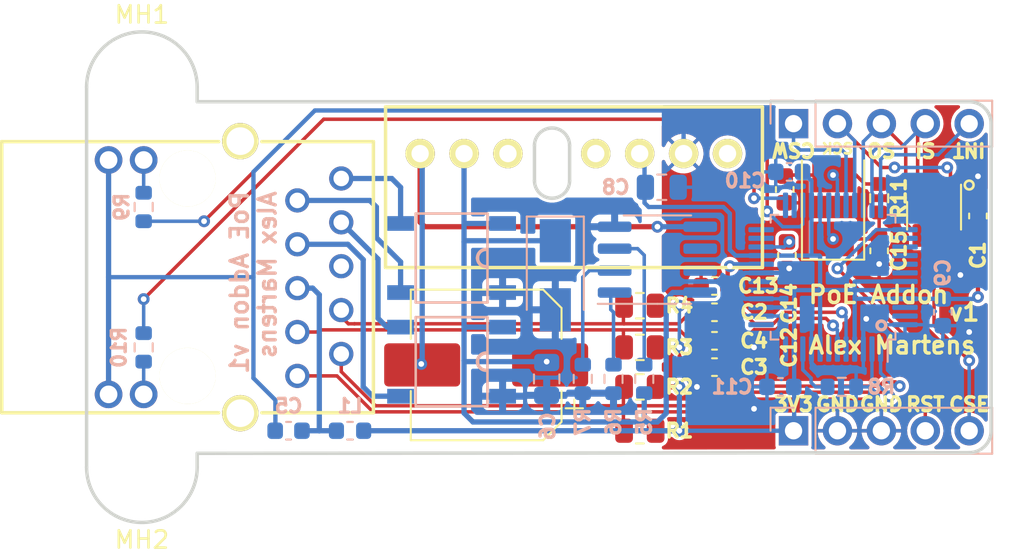
<source format=kicad_pcb>
(kicad_pcb (version 20211014) (generator pcbnew)
  (title_block (title "PoE Addon") (date "2022-06-26") (rev "1") (company "Alex Martens"))
  (layers (0 "F.Cu" signal) (31 "B.Cu" signal) (34 "B.Paste" user) (35 "F.Paste" user) (36 "B.SilkS" user "B.Silkscreen") (37 "F.SilkS" user "F.Silkscreen") (38 "B.Mask" user) (39 "F.Mask" user) (44 "Edge.Cuts" user))
  (net 0 "")
  (net 1 "/W5500 Ethernet Interface/RXIN")
  (net 2 "GND")
  (net 3 "Net-(C3-Pad1)")
  (net 4 "/W5500 Ethernet Interface/RXIP")
  (net 5 "+3V3")
  (net 6 "/W5500 Ethernet Interface/1V2O")
  (net 7 "/W5500 Ethernet Interface/XCAP")
  (net 8 "/W5500 Ethernet Interface/XO")
  (net 9 "/W5500 Ethernet Interface/XI")
  (net 10 "/PoE PD Interface/VC12")
  (net 11 "/PoE PD Interface/VC36")
  (net 12 "/PoE PD Interface/VC45")
  (net 13 "/PoE PD Interface/VC78")
  (net 14 "/W5500 Ethernet Interface/TXOP")
  (net 15 "/W5500 Ethernet Interface/TXON")
  (net 16 "Net-(R5-Pad1)")
  (net 17 "Net-(R6-Pad2)")
  (net 18 "/W5500 Ethernet Interface/XRES")
  (net 19 "Net-(R7-Pad2)")
  (net 20 "/CRXIN")
  (net 21 "/CRXIP")
  (net 22 "SPI_SCK")
  (net 23 "SPI_MOSI")
  (net 24 "SPI_MISO")
  (net 25 "MAC_NSS")
  (net 37 "Net-(R9-Pad1)")
  (net 39 "ACT")
  (net 40 "WIZ_NSS")
  (net 41 "INT")
  (net 42 "RST")
  (net 50 "/PoE PD Interface/VPORTN")
  (net 51 "/PoE PD Interface/RTN")
  (net 52 "/PoE PD Interface/VIN")
  (net 53 "/CT")
  (net 54 "Net-(R10-Pad1)")
  (net 55 "LINK")
  (footprint "Capacitor_SMD:C_0603_1608Metric" (layer "F.Cu") (at 90.678 116.332 180)
    (fp_text reference "C2")
    (fp_text value "10n")
  )
  (footprint "Capacitor_SMD:C_0603_1608Metric" (layer "F.Cu") (at 90.678 117.983 180)
    (fp_text reference "C4")
    (fp_text value "10n")
  )
  (footprint "Capacitor_SMD:C_0603_1608Metric" (layer "F.Cu") (at 94.869 113.03 -90)
    (fp_text reference "C12")
    (fp_text value "10n")
  )
  (footprint "Capacitor_SMD:C_0603_1608Metric" (layer "F.Cu") (at 90.678 114.808 180)
    (fp_text reference "C13")
    (fp_text value "4.7u")
  )
  (footprint "Capacitor_SMD:C_0603_1608Metric" (layer "F.Cu") (at 100.203 112.776 -90)
    (fp_text reference "C15")
    (fp_text value "20p")
  )
  (footprint "Resistor_SMD:R_0805_2012Metric" (layer "F.Cu") (at 86.36 123.19 180)
    (fp_text reference "R1")
    (fp_text value "49.9")
  )
  (footprint "Resistor_SMD:R_0805_2012Metric" (layer "F.Cu") (at 86.36 120.65 180)
    (fp_text reference "R2")
    (fp_text value "49.9")
  )
  (footprint "Resistor_SMD:R_0805_2012Metric" (layer "F.Cu") (at 86.36 118.364 180)
    (fp_text reference "R3")
    (fp_text value "49.9")
  )
  (footprint "Resistor_SMD:R_0805_2012Metric" (layer "F.Cu") (at 86.36 115.951 180)
    (fp_text reference "R4")
    (fp_text value "49.9")
  )
  (footprint "Resistor_SMD:R_0603_1608Metric" (layer "F.Cu") (at 100.203 109.728 90)
    (fp_text reference "R11")
    (fp_text value "1M")
  )
  (footprint "Crystal:Crystal_SMD_5032-2Pin_5.0x3.2mm" (layer "F.Cu") (at 97.536 110.236 90)
    (fp_text reference "Y1" hide)
    (fp_text value "25MHz")
  )
  (footprint "Capacitor_SMD:CP_Elec_8x10.5" (layer "F.Cu") (at 77.47 119.38 180)
    (fp_text reference "C7" hide)
    (fp_text value "27u")
  )
  (footprint "Capacitor_SMD:C_0603_1608Metric" (layer "F.Cu") (at 90.678 119.507)
    (fp_text reference "C3")
    (fp_text value "100n")
  )
  (footprint "Package_TO_SOT_SMD:SOT-23-6" (layer "F.Cu") (at 103.378 110.744 -90)
    (fp_text reference "U1" hide)
    (fp_text value "25AA02E48T-I_OT")
  )
  (footprint "newam:PG02S" (layer "F.Cu") (at 73.65 107.143)
    (fp_text reference "U3" hide)
    (fp_text value "PG02S4803A")
  )
  (footprint "Capacitor_SMD:C_0603_1608Metric" (layer "F.Cu") (at 105.918 110.757 90)
    (fp_text reference "C1")
    (fp_text value "100n")
  )
  (footprint "MountingHole:MountingHole_3.2mm_M3" (layer "F.Cu") (at 57.556 103.3)
    (fp_text reference "MH1")
    (fp_text value "MountingHole")
  )
  (footprint "MountingHole:MountingHole_3.2mm_M3" (layer "F.Cu") (at 57.556 125.3 180)
    (fp_text reference "MH2")
    (fp_text value "MountingHole")
  )
  (footprint "newam:ARJM11D7-104-AB-EW2" (layer "F.Cu") (at 60.198 114.3 -90)
    (fp_text reference "X1" hide)
    (fp_text value "ARJM11-104")
  )
  (footprint "Capacitor_SMD:C_0603_1608Metric" (layer "F.Cu") (at 94.742 109.22 -90)
    (fp_text reference "C14")
    (fp_text value "20p")
  )
  (footprint "Capacitor_SMD:C_0603_1608Metric" (layer "B.Cu") (at 66.04 123.19 180)
    (fp_text reference "C5")
    (fp_text value "100n")
  )
  (footprint "Capacitor_SMD:C_0805_2012Metric" (layer "B.Cu") (at 80.97 120.19 -90)
    (fp_text reference "C6")
    (fp_text value "100n")
  )
  (footprint "Capacitor_SMD:C_0805_2012Metric" (layer "B.Cu") (at 87.63 109.093)
    (fp_text reference "C8")
    (fp_text value "10u")
  )
  (footprint "Capacitor_SMD:C_0603_1608Metric" (layer "B.Cu") (at 103.886 116.332 -90)
    (fp_text reference "C9")
    (fp_text value "100n")
  )
  (footprint "newam:Micro-DIP-4" (layer "B.Cu") (at 75.47 119.19 -90)
    (fp_text reference "D1" hide)
    (fp_text value "MDB6S")
  )
  (footprint "newam:Micro-DIP-4" (layer "B.Cu") (at 75.47 113.19 -90)
    (fp_text reference "D2" hide)
    (fp_text value "MDB6S")
  )
  (footprint "Diode_SMD:D_SMA" (layer "B.Cu") (at 81.47 114.19 -90)
    (fp_text reference "D3" hide)
    (fp_text value "SMAJ58A")
  )
  (footprint "Inductor_SMD:L_0603_1608Metric" (layer "B.Cu") (at 69.596 123.19 180)
    (fp_text reference "L1")
    (fp_text value "1u")
  )
  (footprint "Resistor_SMD:R_0603_1608Metric" (layer "B.Cu") (at 86.614 120.19 -90)
    (fp_text reference "R5")
    (fp_text value "24.9k")
  )
  (footprint "Resistor_SMD:R_0603_1608Metric" (layer "B.Cu") (at 84.836 120.19 90)
    (fp_text reference "R6")
    (fp_text value "178k")
  )
  (footprint "Resistor_SMD:R_0603_1608Metric" (layer "B.Cu") (at 83.058 120.19 90)
    (fp_text reference "R7")
    (fp_text value "4420")
  )
  (footprint "Resistor_SMD:R_0603_1608Metric" (layer "B.Cu") (at 98.044 120.65)
    (fp_text reference "R8")
    (fp_text value "12.4k")
  )
  (footprint "Package_SO:SOIC-8_3.9x4.9mm_P1.27mm" (layer "B.Cu") (at 87.376 113.284)
    (fp_text reference "U2" hide)
    (fp_text value "NCP1090")
  )
  (footprint "Package_QFP:LQFP-48_7x7mm_P0.5mm" (layer "B.Cu") (at 97.536 114.3 90)
    (fp_text reference "U4" hide)
    (fp_text value "W5500")
  )
  (footprint "Capacitor_SMD:C_0603_1608Metric" (layer "B.Cu") (at 94.488 120.65 180)
    (fp_text reference "C11")
    (fp_text value "100n")
  )
  (footprint "Resistor_SMD:R_0603_1608Metric" (layer "B.Cu") (at 57.658 118.364 -90)
    (fp_text reference "R10")
    (fp_text value "2.2k")
  )
  (footprint "Resistor_SMD:R_0603_1608Metric" (layer "B.Cu") (at 57.658 110.236 90)
    (fp_text reference "R9")
    (fp_text value "2.2k")
  )
  (footprint "Connector_PinHeader_2.54mm:PinHeader_1x05_P2.54mm_Vertical" (layer "B.Cu") (at 95.25 105.41 -90)
    (fp_text reference "X2" hide)
    (fp_text value "Conn_01x05_Male")
  )
  (footprint "Connector_PinHeader_2.54mm:PinHeader_1x05_P2.54mm_Vertical" (layer "B.Cu") (at 95.25 123.19 -90)
    (fp_text reference "X3" hide)
    (fp_text value "Conn_01x05_Male")
  )
  (footprint "Capacitor_SMD:C_0603_1608Metric" (layer "B.Cu") (at 94.996 108.204 180)
    (fp_text reference "C10")
    (fp_text value "100n")
  )
  (gr_circle (center 100.33 117.094) (end 100.584 117.094) (layer "B.SilkS") (width 0.2) (fill none))
  (gr_circle (center 105.41 108.966) (end 105.664 108.966) (layer "F.SilkS") (width 0.15) (fill none))
  (gr_line (start 80.264 108.712) (end 80.264 106.68) (layer "Edge.Cuts") (width 0.2))
  (gr_arc (start 80.264 106.68) (mid 81.28 105.664) (end 82.296 106.68) (layer "Edge.Cuts") (width 0.2))
  (gr_arc (start 60.756 125.3) (mid 57.556 128.5) (end 54.356 125.3) (layer "Edge.Cuts") (width 0.2))
  (gr_line (start 60.756 103.3) (end 60.756 104.14) (layer "Edge.Cuts") (width 0.2))
  (gr_arc (start 82.296 108.712) (mid 81.28 109.728) (end 80.264 108.712) (layer "Edge.Cuts") (width 0.2))
  (gr_line (start 60.756 125.3) (end 60.756 124.5) (layer "Edge.Cuts") (width 0.2))
  (gr_line (start 106.68 123.19) (end 106.68 105.41) (layer "Edge.Cuts") (width 0.2))
  (gr_line (start 82.296 108.712) (end 82.296 106.68) (layer "Edge.Cuts") (width 0.2))
  (gr_arc (start 106.68 123.19) (mid 106.308026 124.088026) (end 105.41 124.46) (layer "Edge.Cuts") (width 0.2))
  (gr_arc (start 54.356 103.3) (mid 57.556 100.1) (end 60.756 103.3) (layer "Edge.Cuts") (width 0.2))
  (gr_line (start 105.41 104.14) (end 60.756 104.14) (layer "Edge.Cuts") (width 0.2))
  (gr_line (start 60.756 124.5) (end 105.41 124.46) (layer "Edge.Cuts") (width 0.2))
  (gr_line (start 54.356 125.3) (end 54.356 103.3) (layer "Edge.Cuts") (width 0.2))
  (gr_arc (start 105.41 104.14) (mid 106.308026 104.511974) (end 106.68 105.41) (layer "Edge.Cuts") (width 0.2))
  (gr_text "PoE Addon v1\nAlex Martens\n" (at 64.008 109.22 90) (layer "B.SilkS") (effects (font (size 1 1) (thickness 0.2)) (justify left mirror)))
  (gr_text "INT" (at 105.41 106.934 180) (layer "F.SilkS") (effects (font (size 0.8 0.8) (thickness 0.2))))
  (gr_text "GND" (at 100.33 121.666) (layer "F.SilkS") (effects (font (size 0.8 0.8) (thickness 0.2))))
  (gr_text "SO" (at 100.33 106.934 180) (layer "F.SilkS") (effects (font (size 0.8 0.8) (thickness 0.2))))
  (gr_text "CSE" (at 105.41 121.666) (layer "F.SilkS") (effects (font (size 0.8 0.8) (thickness 0.2))))
  (gr_text "PoE Addon" (at 96.012 115.316) (layer "F.SilkS") (effects (font (size 1 1) (thickness 0.2)) (justify left)))
  (gr_text "SCK" (at 97.79 106.807 180) (layer "F.SilkS") (effects (font (size 0.6 0.6))))
  (gr_text "v1" (at 104.14 116.332) (layer "F.SilkS") (effects (font (size 1 1) (thickness 0.2)) (justify left)))
  (gr_text "RST" (at 102.87 121.666) (layer "F.SilkS") (effects (font (size 0.8 0.8) (thickness 0.2))))
  (gr_text "SI" (at 102.87 106.934 180) (layer "F.SilkS") (effects (font (size 0.8 0.8) (thickness 0.2))))
  (gr_text "3V3" (at 95.25 121.666) (layer "F.SilkS") (effects (font (size 0.8 0.8) (thickness 0.2))))
  (gr_text "GND" (at 97.79 121.666) (layer "F.SilkS") (effects (font (size 0.8 0.8) (thickness 0.2))))
  (gr_text "Alex Martens" (at 96.012 118.237) (layer "F.SilkS") (effects (font (size 1 1) (thickness 0.2)) (justify left)))
  (gr_text "CSW" (at 95.25 106.934 180) (layer "F.SilkS") (effects (font (size 0.8 0.8) (thickness 0.2))))
  (segment (start 92.329 116.332) (end 91.453 116.332) (width 0.2) (layer "F.Cu") (net 1))
  (segment (start 94.097514 116.9813) (end 92.9783 116.9813) (width 0.2) (layer "F.Cu") (net 1))
  (segment (start 94.097514 116.9813) (end 94.746814 116.332) (width 0.2) (layer "F.Cu") (net 1))
  (segment (start 94.746814 116.332) (end 98.044 116.332) (width 0.2) (layer "F.Cu") (net 1))
  (segment (start 92.9783 116.9813) (end 92.329 116.332) (width 0.2) (layer "F.Cu") (net 1))
  (via (at 98.044 116.332) (size 0.6858) (drill 0.3302) (layers "F.Cu" "B.Cu") (net 1))
  (segment (start 98.286 118.65) (end 98.286 116.574) (width 0.2) (layer "B.Cu") (net 1))
  (segment (start 98.286 116.574) (end 98.044 116.332) (width 0.2) (layer "B.Cu") (net 1))
  (segment (start 100.203 113.551) (end 100.203 113.538) (width 0.3048) (layer "F.Cu") (net 2))
  (segment (start 94.996 113.805) (end 94.996 113.792) (width 0.3048) (layer "F.Cu") (net 2))
  (via (at 100.203 113.538) (size 0.6858) (drill 0.3302) (layers "F.Cu" "B.Cu") (net 2))
  (via (at 89.662 120.65) (size 0.6858) (drill 0.3302) (layers "F.Cu" "B.Cu") (net 2))
  (via (at 92.964 121.92) (size 0.6858) (drill 0.3302) (layers "F.Cu" "B.Cu") (net 2))
  (via (at 92.964 118.364) (size 0.6858) (drill 0.3302) (layers "F.Cu" "B.Cu") (net 2))
  (via (at 105.41 117.475) (size 0.6858) (drill 0.3302) (layers "F.Cu" "B.Cu") (net 2))
  (via (at 94.996 113.792) (size 0.6858) (drill 0.3302) (layers "F.Cu" "B.Cu") (net 2))
  (via (at 104.902 114.173) (size 0.6858) (drill 0.3302) (layers "F.Cu" "B.Cu") (net 2))
  (via (at 105.918 108.458) (size 0.6858) (drill 0.3302) (layers "F.Cu" "B.Cu") (net 2))
  (via (at 99.4566 116.713) (size 0.6858) (drill 0.3302) (layers "F.Cu" "B.Cu") (net 2))
  (segment (start 94.738 114.05) (end 94.996 113.792) (width 0.25) (layer "B.Cu") (net 2))
  (segment (start 92.452 114.05) (end 92.202 114.3) (width 0.25) (layer "B.Cu") (net 2))
  (segment (start 96.650468 119.634) (end 96.774 119.634) (width 0.25) (layer "B.Cu") (net 2))
  (segment (start 88.89 105.4) (end 88.138 104.648) (width 0.25) (layer "B.Cu") (net 2))
  (segment (start 92.202 114.3) (end 92.202 115.316) (width 0.25) (layer "B.Cu") (net 2))
  (segment (start 93.3735 115.55) (end 92.436 115.55) (width 0.25) (layer "B.Cu") (net 2))
  (segment (start 64.008 120.142) (end 65.278 121.412) (width 0.25) (layer "B.Cu") (net 2))
  (segment (start 65.278 123.177) (end 65.265 123.19) (width 0.25) (layer "B.Cu") (net 2))
  (segment (start 55.628 114.302) (end 55.628 121.085) (width 0.3048) (layer "B.Cu") (net 2))
  (segment (start 96.286 118.4625) (end 96.286 119.269532) (width 0.25) (layer "B.Cu") (net 2))
  (segment (start 64.008 108.204) (end 64.008 114.3) (width 0.25) (layer "B.Cu") (net 2))
  (segment (start 93.3735 116.55) (end 92.42 116.55) (width 0.25) (layer "B.Cu") (net 2))
  (segment (start 55.63 114.3) (end 55.628 114.302) (width 0.25) (layer "B.Cu") (net 2))
  (segment (start 55.628 107.515) (end 55.628 114.302) (width 0.3048) (layer "B.Cu") (net 2))
  (segment (start 64.008 114.3) (end 64.008 120.142) (width 0.25) (layer "B.Cu") (net 2))
  (segment (start 88.89 107.143) (end 88.89 105.4) (width 0.25) (layer "B.Cu") (net 2))
  (segment (start 65.278 121.412) (end 65.278 123.177) (width 0.25) (layer "B.Cu") (net 2))
  (segment (start 99.286 118.4625) (end 99.286 116.8836) (width 0.25) (layer "B.Cu") (net 2))
  (segment (start 67.564 104.648) (end 64.008 108.204) (width 0.25) (layer "B.Cu") (net 2))
  (segment (start 92.42 116.55) (end 92.202 116.332) (width 0.25) (layer "B.Cu") (net 2))
  (segment (start 92.202 116.332) (end 92.202 115.316) (width 0.25) (layer "B.Cu") (net 2))
  (segment (start 93.3735 114.05) (end 94.738 114.05) (width 0.25) (layer "B.Cu") (net 2))
  (segment (start 64.008 114.3) (end 55.63 114.3) (width 0.25) (layer "B.Cu") (net 2))
  (segment (start 92.436 115.55) (end 92.202 115.316) (width 0.25) (layer "B.Cu") (net 2))
  (segment (start 99.286 116.8836) (end 99.4566 116.713) (width 0.25) (layer "B.Cu") (net 2))
  (segment (start 93.3735 114.05) (end 92.452 114.05) (width 0.25) (layer "B.Cu") (net 2))
  (segment (start 88.138 104.648) (end 67.564 104.648) (width 0.25) (layer "B.Cu") (net 2))
  (segment (start 96.286 119.269532) (end 96.650468 119.634) (width 0.25) (layer "B.Cu") (net 2))
  (segment (start 88.646 118.872) (end 89.281 119.507) (width 0.2032) (layer "F.Cu") (net 3))
  (segment (start 89.281 119.507) (end 89.903 119.507) (width 0.2032) (layer "F.Cu") (net 3))
  (segment (start 87.31 118.364) (end 88.646 118.364) (width 0.2032) (layer "F.Cu") (net 3))
  (segment (start 87.31 115.951) (end 88.646 115.951) (width 0.2032) (layer "F.Cu") (net 3))
  (segment (start 88.646 118.364) (end 88.646 118.872) (width 0.2032) (layer "F.Cu") (net 3))
  (via (at 88.646 115.951) (size 0.6858) (drill 0.3302) (layers "F.Cu" "B.Cu") (net 3))
  (via (at 88.646 118.364) (size 0.6858) (drill 0.3302) (layers "F.Cu" "B.Cu") (net 3))
  (segment (start 88.646 115.951) (end 88.646 118.364) (width 0.2032) (layer "B.Cu") (net 3))
  (segment (start 94.243486 117.3337) (end 92.9783 117.3337) (width 0.2) (layer "F.Cu") (net 4))
  (segment (start 92.9783 117.3337) (end 92.329 117.983) (width 0.2) (layer "F.Cu") (net 4))
  (segment (start 97.1264 116.6844) (end 97.536 117.094) (width 0.2) (layer "F.Cu") (net 4))
  (segment (start 94.243486 117.3337) (end 94.892786 116.6844) (width 0.2) (layer "F.Cu") (net 4))
  (segment (start 94.892786 116.6844) (end 97.1264 116.6844) (width 0.2) (layer "F.Cu") (net 4))
  (segment (start 92.329 117.983) (end 91.453 117.983) (width 0.2) (layer "F.Cu") (net 4))
  (via (at 97.536 117.094) (size 0.6858) (drill 0.3302) (layers "F.Cu" "B.Cu") (net 4))
  (segment (start 97.786 118.65) (end 97.786 117.344) (width 0.2) (layer "B.Cu") (net 4))
  (segment (start 97.786 117.344) (end 97.536 117.094) (width 0.2) (layer "B.Cu") (net 4))
  (segment (start 104.5265 111.8815) (end 104.902 111.506) (width 0.25) (layer "F.Cu") (net 5))
  (segment (start 105.638 111.506) (end 105.664 111.532) (width 0.25) (layer "F.Cu") (net 5))
  (segment (start 88.646 123.19) (end 87.31 123.19) (width 0.3048) (layer "F.Cu") (net 5))
  (segment (start 104.902 111.506) (end 105.638 111.506) (width 0.25) (layer "F.Cu") (net 5))
  (segment (start 104.328 111.8815) (end 104.5265 111.8815) (width 0.25) (layer "F.Cu") (net 5))
  (segment (start 87.31 120.65) (end 88.646 120.65) (width 0.3048) (layer "F.Cu") (net 5))
  (segment (start 105.918 111.532) (end 105.918 115.443) (width 0.25) (layer "F.Cu") (net 5))
  (via (at 88.646 123.19) (size 0.6858) (drill 0.3302) (layers "F.Cu" "B.Cu") (net 5))
  (via (at 88.646 120.65) (size 0.6858) (drill 0.3302) (layers "F.Cu" "B.Cu") (net 5))
  (via (at 105.918 115.443) (size 0.6858) (drill 0.3302) (layers "F.Cu" "B.Cu") (net 5))
  (segment (start 95.286 118.4625) (end 95.286 123.154) (width 0.25) (layer "B.Cu") (net 5))
  (segment (start 96.786 115.05) (end 98.794 115.05) (width 0.25) (layer "B.Cu") (net 5))
  (segment (start 91.900388 113.05) (end 91.567 112.716612) (width 0.25) (layer "B.Cu") (net 5))
  (segment (start 95.286 118.4625) (end 95.286 115.074) (width 0.25) (layer "B.Cu") (net 5))
  (segment (start 95.286 123.154) (end 95.25 123.19) (width 0.25) (layer "B.Cu") (net 5))
  (segment (start 98.794 115.05) (end 101.886 115.05) (width 0.25) (layer "B.Cu") (net 5))
  (segment (start 95.25 123.19) (end 88.646 123.19) (width 0.25) (layer "B.Cu") (net 5))
  (segment (start 91.186 110.236) (end 86.868 110.236) (width 0.25) (layer "B.Cu") (net 5))
  (segment (start 93.3735 113.05) (end 91.900388 113.05) (width 0.25) (layer "B.Cu") (net 5))
  (segment (start 101.6985 115.55) (end 103.879 115.55) (width 0.25) (layer "B.Cu") (net 5))
  (segment (start 95.262 115.05) (end 96.786 115.05) (width 0.25) (layer "B.Cu") (net 5))
  (segment (start 101.886 115.55) (end 98.7968 115.55) (width 0.25) (layer "B.Cu") (net 5))
  (segment (start 96.286 112.9992) (end 96.3368 113.05) (width 0.25) (layer "B.Cu") (net 5))
  (segment (start 103.879 115.55) (end 103.886 115.557) (width 0.25) (layer "B.Cu") (net 5))
  (segment (start 88.646 120.65) (end 88.646 123.19) (width 0.3048) (layer "B.Cu") (net 5))
  (segment (start 86.63 109.998) (end 86.63 109.093) (width 0.25) (layer "B.Cu") (net 5))
  (segment (start 86.868 110.236) (end 86.63 109.998) (width 0.25) (layer "B.Cu") (net 5))
  (segment (start 96.3368 113.05) (end 96.7432 113.05) (width 0.25) (layer "B.Cu") (net 5))
  (segment (start 105.804 115.557) (end 105.918 115.443) (width 0.25) (layer "B.Cu") (net 5))
  (segment (start 86.63 109.093) (end 86.63 107.423) (width 0.25) (layer "B.Cu") (net 5))
  (segment (start 96.279 110.1305) (end 96.286 110.1375) (width 0.25) (layer "B.Cu") (net 5))
  (segment (start 98.786 115.058) (end 98.794 115.05) (width 0.25) (layer "B.Cu") (net 5))
  (segment (start 98.81 114.55) (end 98.786 114.574) (width 0.25) (layer "B.Cu") (net 5))
  (segment (start 93.186 116.05) (end 95.222 116.05) (width 0.25) (layer "B.Cu") (net 5))
  (segment (start 91.567 112.716612) (end 91.567 110.617) (width 0.25) (layer "B.Cu") (net 5))
  (segment (start 95.286 115.074) (end 95.262 115.05) (width 0.25) (layer "B.Cu") (net 5))
  (segment (start 96.7432 113.05) (end 96.786 113.0928) (width 0.25) (layer "B.Cu") (net 5))
  (segment (start 101.886 114.55) (end 98.81 114.55) (width 0.25) (layer "B.Cu") (net 5))
  (segment (start 91.567 110.617) (end 91.186 110.236) (width 0.25) (layer "B.Cu") (net 5))
  (segment (start 93.186 113.05) (end 96.3368 113.05) (width 0.25) (layer "B.Cu") (net 5))
  (segment (start 88.646 123.19) (end 70.3835 123.19) (width 0.3048) (layer "B.Cu") (net 5))
  (segment (start 98.786 115.5392) (end 98.786 115.058) (width 0.25) (layer "B.Cu") (net 5))
  (segment (start 98.786 114.574) (end 98.786 115.058) (width 0.25) (layer "B.Cu") (net 5))
  (segment (start 103.886 115.557) (end 105.804 115.557) (width 0.25) (layer "B.Cu") (net 5))
  (segment (start 98.7968 115.55) (end 98.786 115.5392) (width 0.25) (layer "B.Cu") (net 5))
  (segment (start 96.286 108.719) (end 95.771 108.204) (width 0.25) (layer "B.Cu") (net 5))
  (segment (start 93.186 115.05) (end 95.262 115.05) (width 0.25) (layer "B.Cu") (net 5))
  (segment (start 86.63 107.423) (end 86.35 107.143) (width 0.25) (layer "B.Cu") (net 5))
  (segment (start 96.786 113.0928) (end 96.786 115.05) (width 0.25) (layer "B.Cu") (net 5))
  (segment (start 98.786 118.65) (end 98.786 115.5392) (width 0.25) (layer "B.Cu") (net 5))
  (segment (start 96.286 109.95) (end 96.286 112.9992) (width 0.25) (layer "B.Cu") (net 5))
  (segment (start 96.786 118.65) (end 96.786 115.05) (width 0.25) (layer "B.Cu") (net 5))
  (segment (start 96.286 110.1375) (end 96.286 108.719) (width 0.25) (layer "B.Cu") (net 5))
  (via (at 94.996 112.255) (size 0.6858) (drill 0.3302) (layers "F.Cu" "B.Cu") (net 6))
  (segment (start 94.701 112.55) (end 94.996 112.255) (width 0.2032) (layer "B.Cu") (net 6))
  (segment (start 93.3735 112.55) (end 94.701 112.55) (width 0.2032) (layer "B.Cu") (net 6))
  (segment (start 91.567 113.665) (end 91.44 113.792) (width 0.25) (layer "F.Cu") (net 7))
  (segment (start 91.44 114.795) (end 91.453 114.808) (width 0.25) (layer "F.Cu") (net 7))
  (segment (start 91.44 113.792) (end 91.44 114.795) (width 0.25) (layer "F.Cu") (net 7))
  (via (at 91.567 113.665) (size 0.6858) (drill 0.3302) (layers "F.Cu" "B.Cu") (net 7))
  (segment (start 93.3735 113.55) (end 91.682 113.55) (width 0.25) (layer "B.Cu") (net 7))
  (segment (start 91.682 113.55) (end 91.567 113.665) (width 0.25) (layer "B.Cu") (net 7))
  (segment (start 94.928 108.386) (end 97.536 108.386) (width 0.2032) (layer "F.Cu") (net 8))
  (segment (start 99.378 108.903) (end 98.861 108.386) (width 0.2032) (layer "F.Cu") (net 8))
  (segment (start 97.536 108.386) (end 98.861 108.386) (width 0.2032) (layer "F.Cu") (net 8))
  (segment (start 94.869 108.445) (end 94.928 108.386) (width 0.2032) (layer "F.Cu") (net 8))
  (segment (start 100.203 108.903) (end 99.378 108.903) (width 0.2032) (layer "F.Cu") (net 8))
  (via (at 97.536 108.386) (size 0.6858) (drill 0.3302) (layers "F.Cu" "B.Cu") (net 8))
  (segment (start 97.786 110.1375) (end 97.786 108.636) (width 0.2032) (layer "B.Cu") (net 8))
  (segment (start 97.786 108.636) (end 97.536 108.386) (width 0.2032) (layer "B.Cu") (net 8))
  (segment (start 100.203 112.001) (end 100.118 112.086) (width 0.2032) (layer "F.Cu") (net 9))
  (segment (start 100.203 110.68) (end 100.203 112.001) (width 0.2032) (layer "F.Cu") (net 9))
  (segment (start 100.118 112.086) (end 97.536 112.086) (width 0.2032) (layer "F.Cu") (net 9))
  (via (at 97.536 112.086) (size 0.6858) (drill 0.3302) (layers "F.Cu" "B.Cu") (net 9))
  (segment (start 97.286 110.1375) (end 97.286 111.836) (width 0.2032) (layer "B.Cu") (net 9))
  (segment (start 97.286 111.836) (end 97.536 112.086) (width 0.2032) (layer "B.Cu") (net 9))
  (segment (start 71.12 110.236) (end 71.12 112.014) (width 0.3048) (layer "B.Cu") (net 10))
  (segment (start 66.548 109.855) (end 70.739 109.855) (width 0.3048) (layer "B.Cu") (net 10))
  (segment (start 70.739 109.855) (end 71.12 110.236) (width 0.3048) (layer "B.Cu") (net 10))
  (segment (start 71.12 112.014) (end 72.52 113.414) (width 0.3048) (layer "B.Cu") (net 10))
  (segment (start 72.52 113.414) (end 72.52 115.19) (width 0.3048) (layer "B.Cu") (net 10))
  (segment (start 69.088 108.585) (end 72.009 108.585) (width 0.3048) (layer "B.Cu") (net 11))
  (segment (start 72.52 109.096) (end 72.52 111.19) (width 0.3048) (layer "B.Cu") (net 11))
  (segment (start 72.009 108.585) (end 72.52 109.096) (width 0.3048) (layer "B.Cu") (net 11))
  (segment (start 70.358 120.65) (end 70.358 113.284) (width 0.3048) (layer "B.Cu") (net 12))
  (segment (start 72.52 121.19) (end 70.898 121.19) (width 0.3048) (layer "B.Cu") (net 12))
  (segment (start 70.898 121.19) (end 70.358 120.65) (width 0.3048) (layer "B.Cu") (net 12))
  (segment (start 69.469 112.395) (end 66.548 112.395) (width 0.3048) (layer "B.Cu") (net 12))
  (segment (start 70.358 113.284) (end 69.469 112.395) (width 0.3048) (layer "B.Cu") (net 12))
  (segment (start 72.52 117.19) (end 71.724 117.19) (width 0.3048) (layer "B.Cu") (net 13))
  (segment (start 71.216 113.253) (end 69.088 111.125) (width 0.3048) (layer "B.Cu") (net 13))
  (segment (start 71.216 116.682) (end 71.216 113.253) (width 0.3048) (layer "B.Cu") (net 13))
  (segment (start 71.724 117.19) (end 71.216 116.682) (width 0.3048) (layer "B.Cu") (net 13))
  (segment (start 85.4218 122.0962) (end 70.920015 122.0962) (width 0.2) (layer "F.Cu") (net 14))
  (segment (start 100.555353 120.960051) (end 100.795651 121.200349) (width 0.2) (layer "F.Cu") (net 14))
  (segment (start 85.4218 122.0962) (end 90.2478 122.0962) (width 0.2) (layer "F.Cu") (net 14))
  (segment (start 85.41 123.19) (end 85.41 122.108) (width 0.2) (layer "F.Cu") (net 14))
  (segment (start 68.838815 120.015) (end 66.548 120.015) (width 0.2) (layer "F.Cu") (net 14))
  (segment (start 91.383949 120.960051) (end 100.555353 120.960051) (width 0.2) (layer "F.Cu") (net 14))
  (segment (start 90.2478 122.0962) (end 91.383949 120.960051) (width 0.2) (layer "F.Cu") (net 14))
  (segment (start 70.920015 122.0962) (end 68.838815 120.015) (width 0.2) (layer "F.Cu") (net 14))
  (segment (start 85.41 122.108) (end 85.4218 122.0962) (width 0.2) (layer "F.Cu") (net 14))
  (via (at 100.795651 121.200349) (size 0.6858) (drill 0.3302) (layers "F.Cu" "B.Cu") (net 14))
  (segment (start 99.786 118.65) (end 99.786 120.190698) (width 0.2) (layer "B.Cu") (net 14))
  (segment (start 99.786 120.190698) (end 100.795651 121.200349) (width 0.2) (layer "B.Cu") (net 14))
  (segment (start 85.4218 121.7438) (end 71.065985 121.7438) (width 0.2) (layer "F.Cu") (net 15))
  (segment (start 101.387656 120.607651) (end 101.142643 120.362638) (width 0.2) (layer "F.Cu") (net 15))
  (segment (start 91.228349 120.607651) (end 90.0922 121.7438) (width 0.2) (layer "F.Cu") (net 15))
  (segment (start 71.065985 121.7438) (end 69.088 119.765815) (width 0.2) (layer "F.Cu") (net 15))
  (segment (start 85.41 120.65) (end 85.41 121.732) (width 0.2) (layer "F.Cu") (net 15))
  (segment (start 90.0922 121.7438) (end 85.4218 121.7438) (width 0.2) (layer "F.Cu") (net 15))
  (segment (start 101.142643 120.362638) (end 100.448659 120.362638) (width 0.2) (layer "F.Cu") (net 15))
  (segment (start 101.388349 120.607651) (end 101.387656 120.607651) (width 0.2) (layer "F.Cu") (net 15))
  (segment (start 100.448659 120.362638) (end 100.203646 120.607651) (width 0.2) (layer "F.Cu") (net 15))
  (segment (start 69.088 119.765815) (end 69.088 118.745) (width 0.2) (layer "F.Cu") (net 15))
  (segment (start 100.203646 120.607651) (end 91.228349 120.607651) (width 0.2) (layer "F.Cu") (net 15))
  (segment (start 85.41 121.732) (end 85.4218 121.7438) (width 0.2) (layer "F.Cu") (net 15))
  (via (at 101.388349 120.607651) (size 0.6858) (drill 0.3302) (layers "F.Cu" "B.Cu") (net 15))
  (segment (start 100.286 119.844) (end 101.049651 120.607651) (width 0.2) (layer "B.Cu") (net 15))
  (segment (start 101.049651 120.607651) (end 101.388349 120.607651) (width 0.2) (layer "B.Cu") (net 15))
  (segment (start 100.286 118.65) (end 100.286 119.844) (width 0.2) (layer "B.Cu") (net 15))
  (segment (start 86.614 113.03) (end 86.233 112.649) (width 0.2032) (layer "B.Cu") (net 16))
  (segment (start 86.233 112.649) (end 84.676 112.649) (width 0.2032) (layer "B.Cu") (net 16))
  (segment (start 86.614 119.44) (end 86.614 113.03) (width 0.2032) (layer "B.Cu") (net 16))
  (segment (start 84.676 116.172) (end 84.836 116.332) (width 0.2032) (layer "B.Cu") (net 17))
  (segment (start 84.676 115.189) (end 84.676 116.172) (width 0.2032) (layer "B.Cu") (net 17))
  (segment (start 84.836 116.332) (end 84.836 119.44) (width 0.2032) (layer "B.Cu") (net 17))
  (segment (start 96.266 120.396) (end 96.52 120.65) (width 0.2032) (layer "B.Cu") (net 18))
  (segment (start 96.266 120.142) (end 96.266 120.396) (width 0.2032) (layer "B.Cu") (net 18))
  (segment (start 96.52 120.65) (end 97.219 120.65) (width 0.2032) (layer "B.Cu") (net 18))
  (segment (start 95.786 119.662) (end 96.266 120.142) (width 0.2032) (layer "B.Cu") (net 18))
  (segment (start 95.786 118.4625) (end 95.786 119.662) (width 0.2032) (layer "B.Cu") (net 18))
  (segment (start 84.676 113.919) (end 83.439 113.919) (width 0.2032) (layer "B.Cu") (net 19))
  (segment (start 83.058 114.3) (end 83.058 119.44) (width 0.2032) (layer "B.Cu") (net 19))
  (segment (start 83.439 113.919) (end 83.058 114.3) (width 0.2032) (layer "B.Cu") (net 19))
  (segment (start 89.281 116.332) (end 88.6154 116.9976) (width 0.2) (layer "F.Cu") (net 20))
  (segment (start 88.6154 116.9976) (end 85.4404 116.9976) (width 0.2) (layer "F.Cu") (net 20))
  (segment (start 69.84952 116.99808) (end 69.85 116.9976) (width 0.2) (layer "F.Cu") (net 20))
  (segment (start 85.41 116.9672) (end 85.4404 116.9976) (width 0.2) (layer "F.Cu") (net 20))
  (segment (start 69.088 116.205) (end 69.088 116.586) (width 0.2) (layer "F.Cu") (net 20))
  (segment (start 69.088 116.586) (end 69.50008 116.99808) (width 0.2) (layer "F.Cu") (net 20))
  (segment (start 89.903 116.332) (end 89.281 116.332) (width 0.2) (layer "F.Cu") (net 20))
  (segment (start 85.41 115.951) (end 85.41 116.9672) (width 0.2) (layer "F.Cu") (net 20))
  (segment (start 69.50008 116.99808) (end 69.84952 116.99808) (width 0.2) (layer "F.Cu") (net 20))
  (segment (start 69.85 116.9976) (end 85.4404 116.9976) (width 0.2) (layer "F.Cu") (net 20))
  (segment (start 85.346 117.35) (end 67.82 117.35) (width 0.2) (layer "F.Cu") (net 21))
  (segment (start 67.82 117.35) (end 67.818 117.348) (width 0.2) (layer "F.Cu") (net 21))
  (segment (start 89.281 117.983) (end 88.648 117.35) (width 0.2) (layer "F.Cu") (net 21))
  (segment (start 88.648 117.35) (end 85.346 117.35) (width 0.2) (layer "F.Cu") (net 21))
  (segment (start 85.41 117.414) (end 85.346 117.35) (width 0.2) (layer "F.Cu") (net 21))
  (segment (start 67.818 117.348) (end 67.691 117.475) (width 0.2) (layer "F.Cu") (net 21))
  (segment (start 85.41 118.364) (end 85.41 117.414) (width 0.2) (layer "F.Cu") (net 21))
  (segment (start 67.691 117.475) (end 66.548 117.475) (width 0.2) (layer "F.Cu") (net 21))
  (segment (start 89.903 117.983) (end 89.281 117.983) (width 0.2) (layer "F.Cu") (net 21))
  (segment (start 100.33 107.95) (end 101.092 107.95) (width 0.2032) (layer "F.Cu") (net 22))
  (segment (start 104.328 109.6065) (end 104.328 108.138) (width 0.2032) (layer "F.Cu") (net 22))
  (segment (start 97.79 105.41) (end 100.33 107.95) (width 0.2032) (layer "F.Cu") (net 22))
  (segment (start 104.328 108.138) (end 104.14 107.95) (width 0.2032) (layer "F.Cu") (net 22))
  (via (at 104.14 107.95) (size 0.6858) (drill 0.3302) (layers "F.Cu" "B.Cu") (net 22))
  (via (at 101.092 107.95) (size 0.6858) (drill 0.3302) (layers "F.Cu" "B.Cu") (net 22))
  (segment (start 98.786 106.406) (end 97.79 105.41) (width 0.2032) (layer "B.Cu") (net 22))
  (segment (start 101.092 107.95) (end 104.14 107.95) (width 0.2032) (layer "B.Cu") (net 22))
  (segment (start 98.786 110.1375) (end 98.786 106.406) (width 0.2032) (layer "B.Cu") (net 22))
  (segment (start 102.428 109.6065) (end 102.428 105.852) (width 0.2032) (layer "F.Cu") (net 23))
  (segment (start 102.428 105.852) (end 102.87 105.41) (width 0.2032) (layer "F.Cu") (net 23))
  (segment (start 101.473 106.807) (end 100.076 106.807) (width 0.2032) (layer "B.Cu") (net 23))
  (segment (start 102.87 105.41) (end 101.473 106.807) (width 0.2032) (layer "B.Cu") (net 23))
  (segment (start 99.786 107.097) (end 99.786 110.1375) (width 0.2032) (layer "B.Cu") (net 23))
  (segment (start 100.076 106.807) (end 99.786 107.097) (width 0.2032) (layer "B.Cu") (net 23))
  (segment (start 102.428 111.8815) (end 101.739211 111.192711) (width 0.2032) (layer "F.Cu") (net 24))
  (segment (start 101.739211 106.819211) (end 100.33 105.41) (width 0.2032) (layer "F.Cu") (net 24))
  (segment (start 101.739211 111.192711) (end 101.739211 106.819211) (width 0.2032) (layer "F.Cu") (net 24))
  (segment (start 99.286 106.454) (end 100.33 105.41) (width 0.2032) (layer "B.Cu") (net 24))
  (segment (start 99.286 110.1375) (end 99.286 106.454) (width 0.2032) (layer "B.Cu") (net 24))
  (segment (start 103.378 111.8815) (end 103.378 117.094) (width 0.2032) (layer "F.Cu") (net 25))
  (segment (start 103.378 117.094) (end 105.41 119.126) (width 0.2032) (layer "F.Cu") (net 25))
  (via (at 105.41 119.126) (size 0.6858) (drill 0.3302) (layers "F.Cu" "B.Cu") (net 25))
  (segment (start 105.41 119.126) (end 105.41 123.19) (width 0.2032) (layer "B.Cu") (net 25))
  (segment (start 67.564 104.648) (end 93.472 104.648) (width 0.2032) (layer "F.Cu") (net 37))
  (segment (start 67.564 104.648) (end 61.151 111.061) (width 0.2032) (layer "F.Cu") (net 37))
  (segment (start 93.726 104.902) (end 93.726 110.49) (width 0.2032) (layer "F.Cu") (net 37))
  (segment (start 93.472 104.648) (end 93.726 104.902) (width 0.2032) (layer "F.Cu") (net 37))
  (via (at 61.151 111.061) (size 0.6858) (drill 0.3302) (layers "F.Cu" "B.Cu") (net 37))
  (via (at 93.726 110.49) (size 0.6858) (drill 0.3302) (layers "F.Cu" "B.Cu") (net 37))
  (segment (start 95.631 111.379) (end 94.615 111.379) (width 0.2032) (layer "B.Cu") (net 37))
  (segment (start 57.658 111.061) (end 61.151 111.061) (width 0.2032) (layer "B.Cu") (net 37))
  (segment (start 94.615 111.379) (end 93.726 110.49) (width 0.2032) (layer "B.Cu") (net 37))
  (segment (start 95.786 111.224) (end 95.631 111.379) (width 0.2032) (layer "B.Cu") (net 37))
  (segment (start 95.786 110.1375) (end 95.786 111.224) (width 0.2032) (layer "B.Cu") (net 37))
  (segment (start 57.658 107.515) (end 57.658 109.411) (width 0.2032) (layer "B.Cu") (net 39))
  (segment (start 95.631 106.934) (end 98.044 106.934) (width 0.2032) (layer "B.Cu") (net 40))
  (segment (start 98.286 107.176) (end 98.286 110.1375) (width 0.2032) (layer "B.Cu") (net 40))
  (segment (start 95.25 105.41) (end 95.25 106.553) (width 0.2032) (layer "B.Cu") (net 40))
  (segment (start 95.25 106.553) (end 95.631 106.934) (width 0.2032) (layer "B.Cu") (net 40))
  (segment (start 98.044 106.934) (end 98.286 107.176) (width 0.2032) (layer "B.Cu") (net 40))
  (segment (start 103.60708 107.21292) (end 105.41 105.41) (width 0.2032) (layer "B.Cu") (net 41))
  (segment (start 100.55908 107.21292) (end 103.60708 107.21292) (width 0.2032) (layer "B.Cu") (net 41))
  (segment (start 100.286 107.486) (end 100.55908 107.21292) (width 0.2032) (layer "B.Cu") (net 41))
  (segment (start 100.286 110.1375) (end 100.286 107.486) (width 0.2032) (layer "B.Cu") (net 41))
  (segment (start 97.79 113.792) (end 102.87 118.872) (width 0.2032) (layer "F.Cu") (net 42))
  (segment (start 102.87 118.872) (end 102.87 123.19) (width 0.2032) (layer "F.Cu") (net 42))
  (via (at 97.79 113.792) (size 0.6858) (drill 0.3302) (layers "F.Cu" "B.Cu") (net 42))
  (segment (start 100.032 111.55) (end 97.79 113.792) (width 0.2032) (layer "B.Cu") (net 42))
  (segment (start 101.6985 111.55) (end 100.032 111.55) (width 0.2032) (layer "B.Cu") (net 42))
  (segment (start 73.914 111.379) (end 73.65 111.115) (width 0.3048) (layer "F.Cu") (net 51))
  (segment (start 73.65 111.115) (end 73.65 107.27) (width 0.3048) (layer "F.Cu") (net 51))
  (segment (start 73.715 119.325) (end 73.77 119.38) (width 0.3048) (layer "F.Cu") (net 51))
  (segment (start 87.376 111.379) (end 73.914 111.379) (width 0.3048) (layer "F.Cu") (net 51))
  (via (at 73.715 119.325) (size 0.6858) (drill 0.3302) (layers "F.Cu" "B.Cu") (net 51))
  (via (at 87.376 111.379) (size 0.6858) (drill 0.3302) (layers "F.Cu" "B.Cu") (net 51))
  (segment (start 90.076 111.379) (end 87.376 111.379) (width 0.3048) (layer "B.Cu") (net 51))
  (segment (start 73.65 107.27) (end 73.77 107.39) (width 0.3048) (layer "B.Cu") (net 51))
  (segment (start 73.77 107.39) (end 73.77 119.38) (width 0.3048) (layer "B.Cu") (net 51))
  (via (at 80.97 119.19) (size 0.6858) (drill 0.3302) (layers "F.Cu" "B.Cu") (net 52))
  (segment (start 76.19 117.104) (end 76.19 119.136) (width 0.3048) (layer "B.Cu") (net 52))
  (segment (start 81.47 112.19) (end 76.258 112.19) (width 0.3048) (layer "B.Cu") (net 52))
  (segment (start 76.258 112.19) (end 76.19 112.258) (width 0.3048) (layer "B.Cu") (net 52))
  (segment (start 87.884 115.57) (end 87.884 122.174) (width 0.3048) (layer "B.Cu") (net 52))
  (segment (start 76.708 122.682) (end 76.19 122.164) (width 0.3048) (layer "B.Cu") (net 52))
  (segment (start 80.97 119.19) (end 76.244 119.19) (width 0.3048) (layer "B.Cu") (net 52))
  (segment (start 76.19 112.258) (end 76.19 117.104) (width 0.3048) (layer "B.Cu") (net 52))
  (segment (start 76.276 117.19) (end 76.19 117.104) (width 0.3048) (layer "B.Cu") (net 52))
  (segment (start 90.076 115.189) (end 88.265 115.189) (width 0.3048) (layer "B.Cu") (net 52))
  (segment (start 87.884 122.174) (end 87.376 122.682) (width 0.3048) (layer "B.Cu") (net 52))
  (segment (start 76.244 119.19) (end 76.19 119.136) (width 0.3048) (layer "B.Cu") (net 52))
  (segment (start 76.708 122.682) (end 87.376 122.682) (width 0.3048) (layer "B.Cu") (net 52))
  (segment (start 76.19 122.164) (end 76.19 119.136) (width 0.3048) (layer "B.Cu") (net 52))
  (segment (start 76.242 111.19) (end 76.19 111.242) (width 0.3048) (layer "B.Cu") (net 52))
  (segment (start 86.614 120.94) (end 86.614 122.682) (width 0.3048) (layer "B.Cu") (net 52))
  (segment (start 76.19 107.27) (end 76.19 111.242) (width 0.3048) (layer "B.Cu") (net 52))
  (segment (start 78.42 111.19) (end 76.242 111.19) (width 0.3048) (layer "B.Cu") (net 52))
  (segment (start 88.265 115.189) (end 87.884 115.57) (width 0.3048) (layer "B.Cu") (net 52))
  (segment (start 78.42 117.19) (end 76.276 117.19) (width 0.3048) (layer "B.Cu") (net 52))
  (segment (start 76.19 111.242) (end 76.19 112.258) (width 0.3048) (layer "B.Cu") (net 52))
  (segment (start 67.818 123.19) (end 68.8085 123.19) (width 0.3048) (layer "B.Cu") (net 53))
  (segment (start 67.818 115.316) (end 67.818 123.19) (width 0.3048) (layer "B.Cu") (net 53))
  (segment (start 67.437 114.935) (end 67.818 115.316) (width 0.3048) (layer "B.Cu") (net 53))
  (segment (start 66.79 123.19) (end 67.818 123.19) (width 0.3048) (layer "B.Cu") (net 53))
  (segment (start 66.548 114.935) (end 67.437 114.935) (width 0.3048) (layer "B.Cu") (net 53))
  (segment (start 57.658 115.57) (end 68.072 105.156) (width 0.2032) (layer "F.Cu") (net 54))
  (segment (start 92.456 105.156) (end 92.964 105.664) (width 0.2032) (layer "F.Cu") (net 54))
  (segment (start 92.964 105.664) (end 92.964 109.728) (width 0.2032) (layer "F.Cu") (net 54))
  (segment (start 68.072 105.156) (end 92.456 105.156) (width 0.2032) (layer "F.Cu") (net 54))
  (via (at 57.658 115.57) (size 0.6858) (drill 0.3302) (layers "F.Cu" "B.Cu") (net 54))
  (via (at 92.964 109.728) (size 0.6858) (drill 0.3302) (layers "F.Cu" "B.Cu") (net 54))
  (segment (start 57.658 117.539) (end 57.658 115.57) (width 0.2032) (layer "B.Cu") (net 54))
  (segment (start 94.786 110.1375) (end 94.83488 110.08862) (width 0.2032) (layer "B.Cu") (net 54))
  (segment (start 94.83488 109.728) (end 92.964 109.728) (width 0.2032) (layer "B.Cu") (net 54))
  (segment (start 94.83488 110.08862) (end 94.83488 109.728) (width 0.2032) (layer "B.Cu") (net 54))
  (segment (start 57.658 121.085) (end 57.658 119.189) (width 0.2032) (layer "B.Cu") (net 55))
  (zone (net 2) (net_name "GND") (layers F&B.Cu) (connect_pads (clearance 0.2)) (min_thickness 0.2) (fill yes (thermal_gap 0.3) (thermal_bridge_width 0.2))
    (polygon (pts (xy 106.68 124.46) (xy 87.63 124.46) (xy 87.63 104.14) (xy 106.68 104.14)))
  )
  (zone (net 50) (net_name "/PoE PD Interface/VPORTN") (layer "B.Cu") (connect_pads (clearance 0.254)) (min_thickness 0.2032) (fill yes (thermal_gap 0.4064) (thermal_bridge_width 0.4064))
    (polygon (pts (xy 86.47 123.19) (xy 76.47 123.19) (xy 76.47 109.69) (xy 86.47 109.69)))
  )
)
</source>
